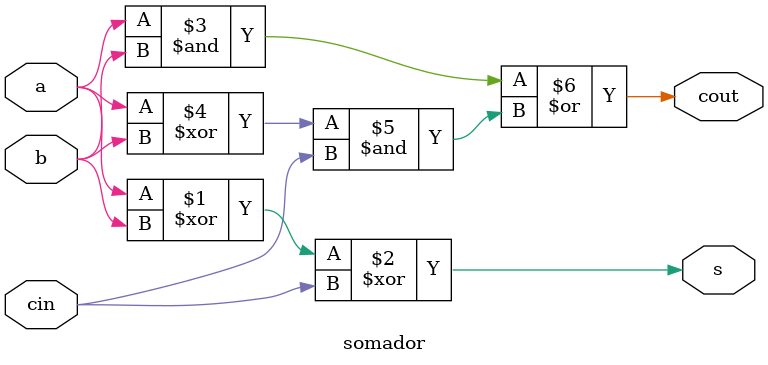
<source format=sv>
module somador(
    input logic a,
    input logic b,
    input logic cin,
    output logic s,
    output logic cout

);

    assign s = a ^ b ^ cin;

    assign cout = (a & b ) | ((a ^ b ) &  cin);


endmodule
</source>
